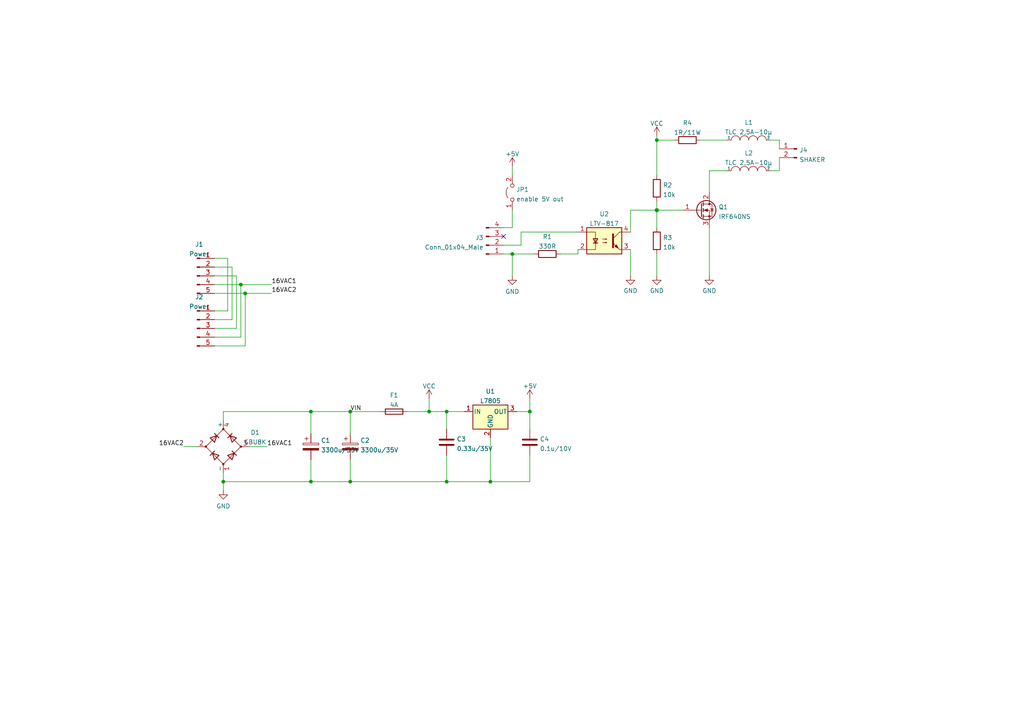
<source format=kicad_sch>
(kicad_sch (version 20211123) (generator eeschema)
  (paper "A4")
  (lib_symbols
    (symbol "Connector:Conn_01x02_Male" (pin_names (offset 1.016) hide)
      (property "Reference" "J" (at 0 2.54 0))
      (property "Value" "Conn_01x02_Male" (at 0 -5.08 0))
      (symbol "Conn_01x02_Male_1_1"
        (polyline (pts (xy 1.27 -2.54) (xy 0.8636 -2.54)) (stroke (width 0.1524)))
        (polyline (pts (xy 1.27 0) (xy 0.8636 0)) (stroke (width 0.1524)))
        (rectangle (start 0.8636 -2.413) (end 0 -2.667) (stroke (width 0.1524)) (fill (type outline)))
        (rectangle (start 0.8636 0.127) (end 0 -0.127) (stroke (width 0.1524)) (fill (type outline)))
        (pin passive line (at 5.08 0 180) (length 3.81) (name "Pin_1") (number "1"))
        (pin passive line (at 5.08 -2.54 180) (length 3.81) (name "Pin_2") (number "2"))
      )
    )
    (symbol "Connector:Conn_01x04_Male" (pin_names (offset 1.016) hide)
      (property "Reference" "J" (at 0 5.08 0))
      (property "Value" "Conn_01x04_Male" (at 0 -7.62 0))
      (symbol "Conn_01x04_Male_1_1"
        (polyline (pts (xy 1.27 -5.08) (xy 0.8636 -5.08)) (stroke (width 0.1524)))
        (polyline (pts (xy 1.27 -2.54) (xy 0.8636 -2.54)) (stroke (width 0.1524)))
        (polyline (pts (xy 1.27 0) (xy 0.8636 0)) (stroke (width 0.1524)))
        (polyline (pts (xy 1.27 2.54) (xy 0.8636 2.54)) (stroke (width 0.1524)))
        (rectangle (start 0.8636 -4.953) (end 0 -5.207) (stroke (width 0.1524)) (fill (type outline)))
        (rectangle (start 0.8636 -2.413) (end 0 -2.667) (stroke (width 0.1524)) (fill (type outline)))
        (rectangle (start 0.8636 0.127) (end 0 -0.127) (stroke (width 0.1524)) (fill (type outline)))
        (rectangle (start 0.8636 2.667) (end 0 2.413) (stroke (width 0.1524)) (fill (type outline)))
        (pin passive line (at 5.08 2.54 180) (length 3.81) (name "Pin_1") (number "1"))
        (pin passive line (at 5.08 0 180) (length 3.81) (name "Pin_2") (number "2"))
        (pin passive line (at 5.08 -2.54 180) (length 3.81) (name "Pin_3") (number "3"))
        (pin passive line (at 5.08 -5.08 180) (length 3.81) (name "Pin_4") (number "4"))
      )
    )
    (symbol "Connector:Conn_01x05_Male" (pin_names (offset 1.016) hide)
      (property "Reference" "J" (at 0 7.62 0))
      (property "Value" "Conn_01x05_Male" (at 0 -7.62 0))
      (symbol "Conn_01x05_Male_1_1"
        (polyline (pts (xy 1.27 -5.08) (xy 0.8636 -5.08)) (stroke (width 0.1524)))
        (polyline (pts (xy 1.27 -2.54) (xy 0.8636 -2.54)) (stroke (width 0.1524)))
        (polyline (pts (xy 1.27 0) (xy 0.8636 0)) (stroke (width 0.1524)))
        (polyline (pts (xy 1.27 2.54) (xy 0.8636 2.54)) (stroke (width 0.1524)))
        (polyline (pts (xy 1.27 5.08) (xy 0.8636 5.08)) (stroke (width 0.1524)))
        (rectangle (start 0.8636 -4.953) (end 0 -5.207) (stroke (width 0.1524)) (fill (type outline)))
        (rectangle (start 0.8636 -2.413) (end 0 -2.667) (stroke (width 0.1524)) (fill (type outline)))
        (rectangle (start 0.8636 0.127) (end 0 -0.127) (stroke (width 0.1524)) (fill (type outline)))
        (rectangle (start 0.8636 2.667) (end 0 2.413) (stroke (width 0.1524)) (fill (type outline)))
        (rectangle (start 0.8636 5.207) (end 0 4.953) (stroke (width 0.1524)) (fill (type outline)))
        (pin passive line (at 5.08 5.08 180) (length 3.81) (name "Pin_1") (number "1"))
        (pin passive line (at 5.08 2.54 180) (length 3.81) (name "Pin_2") (number "2"))
        (pin passive line (at 5.08 0 180) (length 3.81) (name "Pin_3") (number "3"))
        (pin passive line (at 5.08 -2.54 180) (length 3.81) (name "Pin_4") (number "4"))
        (pin passive line (at 5.08 -5.08 180) (length 3.81) (name "Pin_5") (number "5"))
      )
    )
    (symbol "Device:C" (pin_numbers hide) (pin_names (offset 0.254))
      (property "Reference" "C" (at 0.635 2.54 0))
      (property "Value" "C" (at 0.635 -2.54 0))
      (symbol "C_0_1"
        (polyline (pts (xy -2.032 -0.762) (xy 2.032 -0.762)) (stroke (width 0.508)))
        (polyline (pts (xy -2.032 0.762) (xy 2.032 0.762)) (stroke (width 0.508)))
      )
      (symbol "C_1_1"
        (pin passive line (at 0 3.81 270) (length 2.794) (name "~") (number "1"))
        (pin passive line (at 0 -3.81 90) (length 2.794) (name "~") (number "2"))
      )
    )
    (symbol "Device:C_Polarized" (pin_numbers hide) (pin_names (offset 0.254))
      (property "Reference" "C" (at 0.635 2.54 0))
      (property "Value" "C_Polarized" (at 0.635 -2.54 0))
      (symbol "C_Polarized_0_1"
        (rectangle (start -2.286 0.508) (end 2.286 1.016))
        (polyline (pts (xy -1.778 2.286) (xy -0.762 2.286)))
        (polyline (pts (xy -1.27 2.794) (xy -1.27 1.778)))
        (rectangle (start 2.286 -0.508) (end -2.286 -1.016) (fill (type outline)))
      )
      (symbol "C_Polarized_1_1"
        (pin passive line (at 0 3.81 270) (length 2.794) (name "~") (number "1"))
        (pin passive line (at 0 -3.81 90) (length 2.794) (name "~") (number "2"))
      )
    )
    (symbol "Device:D_Bridge_-AA+" (pin_names (offset 0))
      (property "Reference" "D" (at 2.54 6.985 0))
      (property "Value" "D_Bridge_-AA+" (at 2.54 5.08 0))
      (symbol "D_Bridge_-AA+_0_1"
        (circle (center -5.08 0) (radius 0.254) (fill (type outline)))
        (circle (center 0 -5.08) (radius 0.254) (fill (type outline)))
        (polyline (pts (xy -2.54 3.81) (xy -1.27 2.54)) (stroke (width 0.254)))
        (polyline (pts (xy -1.27 -2.54) (xy -2.54 -3.81)) (stroke (width 0.254)))
        (polyline (pts (xy 2.54 -1.27) (xy 3.81 -2.54)) (stroke (width 0.254)))
        (polyline (pts (xy 2.54 1.27) (xy 3.81 2.54)) (stroke (width 0.254)))
        (polyline (pts (xy -3.81 2.54) (xy -2.54 1.27) (xy -1.905 3.175) (xy -3.81 2.54)) (stroke (width 0.254)))
        (polyline (pts (xy -2.54 -1.27) (xy -3.81 -2.54) (xy -1.905 -3.175) (xy -2.54 -1.27)) (stroke (width 0.254)))
        (polyline (pts (xy 1.27 2.54) (xy 2.54 3.81) (xy 3.175 1.905) (xy 1.27 2.54)) (stroke (width 0.254)))
        (polyline (pts (xy 3.175 -1.905) (xy 1.27 -2.54) (xy 2.54 -3.81) (xy 3.175 -1.905)) (stroke (width 0.254)))
        (polyline (pts (xy -5.08 0) (xy 0 -5.08) (xy 5.08 0) (xy 0 5.08) (xy -5.08 0)))
        (circle (center 0 5.08) (radius 0.254) (fill (type outline)))
        (circle (center 5.08 0) (radius 0.254) (fill (type outline)))
      )
      (symbol "D_Bridge_-AA+_1_1"
        (pin passive line (at -7.62 0 0) (length 2.54) (name "-") (number "1"))
        (pin passive line (at 0 7.62 270) (length 2.54) (name "~") (number "2"))
        (pin passive line (at 0 -7.62 90) (length 2.54) (name "~") (number "3"))
        (pin passive line (at 7.62 0 180) (length 2.54) (name "+") (number "4"))
      )
    )
    (symbol "Device:Fuse" (pin_numbers hide) (pin_names (offset 0))
      (property "Reference" "F" (at 2.032 0 90))
      (property "Value" "Fuse" (at -1.905 0 90))
      (symbol "Fuse_0_1"
        (rectangle (start -0.762 -2.54) (end 0.762 2.54) (stroke (width 0.254)))
        (polyline (pts (xy 0 2.54) (xy 0 -2.54)))
      )
      (symbol "Fuse_1_1"
        (pin passive line (at 0 3.81 270) (length 1.27) (name "~") (number "1"))
        (pin passive line (at 0 -3.81 90) (length 1.27) (name "~") (number "2"))
      )
    )
    (symbol "Device:Q_NMOS_GDS" (pin_names (offset 0) hide)
      (property "Reference" "Q" (at 5.08 1.27 0))
      (property "Value" "Q_NMOS_GDS" (at 5.08 -1.27 0))
      (symbol "Q_NMOS_GDS_0_1"
        (polyline (pts (xy 0.254 0) (xy -2.54 0)))
        (polyline (pts (xy 0.254 1.905) (xy 0.254 -1.905)) (stroke (width 0.254)))
        (polyline (pts (xy 0.762 -1.27) (xy 0.762 -2.286)) (stroke (width 0.254)))
        (polyline (pts (xy 0.762 0.508) (xy 0.762 -0.508)) (stroke (width 0.254)))
        (polyline (pts (xy 0.762 2.286) (xy 0.762 1.27)) (stroke (width 0.254)))
        (polyline (pts (xy 2.54 2.54) (xy 2.54 1.778)))
        (polyline (pts (xy 2.54 -2.54) (xy 2.54 0) (xy 0.762 0)))
        (polyline (pts (xy 0.762 -1.778) (xy 3.302 -1.778) (xy 3.302 1.778) (xy 0.762 1.778)))
        (polyline (pts (xy 1.016 0) (xy 2.032 0.381) (xy 2.032 -0.381) (xy 1.016 0)) (fill (type outline)))
        (polyline (pts (xy 2.794 0.508) (xy 2.921 0.381) (xy 3.683 0.381) (xy 3.81 0.254)))
        (polyline (pts (xy 3.302 0.381) (xy 2.921 -0.254) (xy 3.683 -0.254) (xy 3.302 0.381)))
        (circle (center 1.651 0) (radius 2.794) (stroke (width 0.254)))
        (circle (center 2.54 -1.778) (radius 0.254) (fill (type outline)))
        (circle (center 2.54 1.778) (radius 0.254) (fill (type outline)))
      )
      (symbol "Q_NMOS_GDS_1_1"
        (pin input line (at -5.08 0 0) (length 2.54) (name "G") (number "1"))
        (pin passive line (at 2.54 5.08 270) (length 2.54) (name "D") (number "2"))
        (pin passive line (at 2.54 -5.08 90) (length 2.54) (name "S") (number "3"))
      )
    )
    (symbol "Device:R" (pin_numbers hide) (pin_names (offset 0))
      (property "Reference" "R" (at 2.032 0 90))
      (property "Value" "R" (at 0 0 90))
      (symbol "R_0_1"
        (rectangle (start -1.016 -2.54) (end 1.016 2.54) (stroke (width 0.254)))
      )
      (symbol "R_1_1"
        (pin passive line (at 0 3.81 270) (length 1.27) (name "~") (number "1"))
        (pin passive line (at 0 -3.81 90) (length 1.27) (name "~") (number "2"))
      )
    )
    (symbol "Isolator:LTV-817" (pin_names (offset 1.016))
      (property "Reference" "U" (at -5.08 5.08 0))
      (property "Value" "LTV-817" (at 0 5.08 0))
      (symbol "LTV-817_0_1"
        (rectangle (start -5.08 3.81) (end 5.08 -3.81) (stroke (width 0.254)) (fill (type background)))
        (polyline (pts (xy -3.175 -0.635) (xy -1.905 -0.635)) (stroke (width 0.254)))
        (polyline (pts (xy 2.54 0.635) (xy 4.445 2.54)))
        (polyline (pts (xy 4.445 -2.54) (xy 2.54 -0.635)) (fill (type outline)))
        (polyline (pts (xy 4.445 -2.54) (xy 5.08 -2.54)))
        (polyline (pts (xy 4.445 2.54) (xy 5.08 2.54)))
        (polyline (pts (xy -5.08 2.54) (xy -2.54 2.54) (xy -2.54 -0.762)))
        (polyline (pts (xy -2.54 -0.635) (xy -2.54 -2.54) (xy -5.08 -2.54)))
        (polyline (pts (xy 2.54 1.905) (xy 2.54 -1.905) (xy 2.54 -1.905)) (stroke (width 0.508)))
        (polyline (pts (xy -2.54 -0.635) (xy -3.175 0.635) (xy -1.905 0.635) (xy -2.54 -0.635)) (stroke (width 0.254)))
        (polyline (pts (xy -0.508 -0.508) (xy 0.762 -0.508) (xy 0.381 -0.635) (xy 0.381 -0.381) (xy 0.762 -0.508)))
        (polyline (pts (xy -0.508 0.508) (xy 0.762 0.508) (xy 0.381 0.381) (xy 0.381 0.635) (xy 0.762 0.508)))
        (polyline (pts (xy 3.048 -1.651) (xy 3.556 -1.143) (xy 4.064 -2.159) (xy 3.048 -1.651) (xy 3.048 -1.651)) (fill (type outline)))
      )
      (symbol "LTV-817_1_1"
        (pin passive line (at -7.62 2.54 0) (length 2.54) (name "~") (number "1"))
        (pin passive line (at -7.62 -2.54 0) (length 2.54) (name "~") (number "2"))
        (pin passive line (at 7.62 -2.54 180) (length 2.54) (name "~") (number "3"))
        (pin passive line (at 7.62 2.54 180) (length 2.54) (name "~") (number "4"))
      )
    )
    (symbol "Jumper:Jumper_2_Open" (pin_names (offset 0) hide)
      (property "Reference" "JP" (at 0 2.794 0))
      (property "Value" "Jumper_2_Open" (at 0 -2.286 0))
      (symbol "Jumper_2_Open_0_0"
        (circle (center -2.032 0) (radius 0.508))
        (circle (center 2.032 0) (radius 0.508))
      )
      (symbol "Jumper_2_Open_0_1"
        (arc (start 1.524 1.27) (mid 0 1.778) (end -1.524 1.27))
      )
      (symbol "Jumper_2_Open_1_1"
        (pin passive line (at -5.08 0 0) (length 2.54) (name "A") (number "1"))
        (pin passive line (at 5.08 0 180) (length 2.54) (name "B") (number "2"))
      )
    )
    (symbol "Regulator_Linear:L7805" (pin_names (offset 0.254))
      (property "Reference" "U" (at -3.81 3.175 0))
      (property "Value" "L7805" (at 0 3.175 0))
      (symbol "L7805_0_1"
        (rectangle (start -5.08 1.905) (end 5.08 -5.08) (stroke (width 0.254)) (fill (type background)))
      )
      (symbol "L7805_1_1"
        (pin power_in line (at -7.62 0 0) (length 2.54) (name "IN") (number "1"))
        (pin power_in line (at 0 -7.62 90) (length 2.54) (name "GND") (number "2"))
        (pin power_out line (at 7.62 0 180) (length 2.54) (name "OUT") (number "3"))
      )
    )
    (symbol "power:+5V" (power) (pin_names (offset 0))
      (property "Value" "+5V" (at 0 3.556 0))
      (symbol "+5V_0_1"
        (polyline (pts (xy -0.762 1.27) (xy 0 2.54)))
        (polyline (pts (xy 0 0) (xy 0 2.54)))
        (polyline (pts (xy 0 2.54) (xy 0.762 1.27)))
      )
      (symbol "+5V_1_1"
        (pin power_in line (at 0 0 90) (length 0) hide (name "+5V") (number "1"))
      )
    )
    (symbol "power:GND" (power) (pin_names (offset 0))
      (property "Value" "GND" (at 0 -3.81 0))
      (symbol "GND_0_1"
        (polyline (pts (xy 0 0) (xy 0 -1.27) (xy 1.27 -1.27) (xy 0 -2.54) (xy -1.27 -1.27) (xy 0 -1.27)))
      )
      (symbol "GND_1_1"
        (pin power_in line (at 0 0 270) (length 0) hide (name "GND") (number "1"))
      )
    )
    (symbol "power:VCC" (power) (pin_names (offset 0))
      (property "Value" "VCC" (at 0 3.81 0))
      (symbol "VCC_0_1"
        (polyline (pts (xy -0.762 1.27) (xy 0 2.54)))
        (polyline (pts (xy 0 0) (xy 0 2.54)))
        (polyline (pts (xy 0 2.54) (xy 0.762 1.27)))
      )
      (symbol "VCC_1_1"
        (pin power_in line (at 0 0 90) (length 0) hide (name "VCC") (number "1"))
      )
    )
    (symbol "pspice:INDUCTOR" (pin_numbers hide) (pin_names (offset 0))
      (property "Reference" "L" (at 0 2.54 0))
      (property "Value" "INDUCTOR" (at 0 -1.27 0))
      (symbol "INDUCTOR_0_1"
        (arc (start -2.54 0) (mid -3.81 1.27) (end -5.08 0))
        (arc (start 0 0) (mid -1.27 1.27) (end -2.54 0))
        (arc (start 2.54 0) (mid 1.27 1.27) (end 0 0))
        (arc (start 5.08 0) (mid 3.81 1.27) (end 2.54 0))
      )
      (symbol "INDUCTOR_1_1"
        (pin input line (at -6.35 0 0) (length 1.27) (name "1") (number "1"))
        (pin input line (at 6.35 0 180) (length 1.27) (name "2") (number "2"))
      )
    )
  )
  (junction (at 101.6 119.38))
  (junction (at 148.59 73.66))
  (junction (at 190.5 40.64))
  (junction (at 90.17 119.38))
  (junction (at 142.24 139.7))
  (junction (at 101.6 139.7))
  (junction (at 153.67 119.38))
  (junction (at 71.12 85.09))
  (junction (at 129.54 139.7))
  (junction (at 129.54 119.38))
  (junction (at 64.77 139.7))
  (junction (at 69.85 82.55))
  (junction (at 190.5 60.96) (diameter 1.016))
  (junction (at 90.17 139.7))
  (junction (at 124.46 119.38))
  (no_connect (at 146.05 68.58))
  (wire (pts (xy 146.05 66.04) (xy 148.59 66.04)))
  (wire (pts (xy 71.12 85.09) (xy 78.74 85.09)))
  (wire (pts (xy 66.04 74.93) (xy 66.04 90.17)))
  (wire (pts (xy 148.59 48.26) (xy 148.59 50.8)))
  (wire (pts (xy 53.34 129.54) (xy 57.15 129.54)))
  (wire (pts (xy 69.85 82.55) (xy 69.85 97.79)))
  (wire (pts (xy 64.77 139.7) (xy 64.77 142.24)))
  (wire (pts (xy 69.85 97.79) (xy 62.23 97.79)))
  (wire (pts (xy 148.59 73.66) (xy 148.59 80.01)))
  (wire (pts (xy 72.39 129.54) (xy 77.47 129.54)))
  (wire (pts (xy 124.46 119.38) (xy 129.54 119.38)))
  (wire (pts (xy 148.59 60.96) (xy 148.59 66.04)))
  (wire (pts (xy 68.58 95.25) (xy 62.23 95.25)))
  (wire (pts (xy 90.17 139.7) (xy 90.17 133.35)))
  (wire (pts (xy 226.06 40.64) (xy 223.52 40.64)))
  (wire (pts (xy 62.23 77.47) (xy 67.31 77.47)))
  (wire (pts (xy 64.77 139.7) (xy 90.17 139.7)))
  (wire (pts (xy 62.23 85.09) (xy 71.12 85.09)))
  (wire (pts (xy 167.64 73.66) (xy 167.64 72.39)))
  (wire (pts (xy 62.23 82.55) (xy 69.85 82.55)))
  (wire (pts (xy 69.85 82.55) (xy 78.74 82.55)))
  (wire (pts (xy 153.67 139.7) (xy 153.67 132.08)))
  (wire (pts (xy 129.54 139.7) (xy 142.24 139.7)))
  (wire (pts (xy 62.23 74.93) (xy 66.04 74.93)))
  (wire (pts (xy 62.23 80.01) (xy 68.58 80.01)))
  (wire (pts (xy 151.13 71.12) (xy 151.13 67.31)))
  (wire (pts (xy 149.86 119.38) (xy 153.67 119.38)))
  (wire (pts (xy 223.52 49.53) (xy 226.06 49.53)))
  (wire (pts (xy 90.17 119.38) (xy 101.6 119.38)))
  (wire (pts (xy 67.31 92.71) (xy 62.23 92.71)))
  (wire (pts (xy 68.58 80.01) (xy 68.58 95.25)))
  (wire (pts (xy 190.5 40.64) (xy 195.58 40.64)))
  (wire (pts (xy 151.13 67.31) (xy 167.64 67.31)))
  (wire (pts (xy 64.77 121.92) (xy 64.77 119.38)))
  (wire (pts (xy 190.5 60.96) (xy 198.12 60.96)))
  (wire (pts (xy 226.06 43.18) (xy 226.06 40.64)))
  (wire (pts (xy 210.82 49.53) (xy 205.74 49.53)))
  (wire (pts (xy 205.74 49.53) (xy 205.74 55.88)))
  (wire (pts (xy 162.56 73.66) (xy 167.64 73.66)))
  (wire (pts (xy 129.54 139.7) (xy 129.54 132.08)))
  (wire (pts (xy 142.24 139.7) (xy 142.24 127)))
  (wire (pts (xy 182.88 60.96) (xy 182.88 67.31)))
  (wire (pts (xy 90.17 119.38) (xy 90.17 125.73)))
  (wire (pts (xy 129.54 119.38) (xy 129.54 124.46)))
  (wire (pts (xy 101.6 139.7) (xy 129.54 139.7)))
  (wire (pts (xy 124.46 119.38) (xy 124.46 115.57)))
  (wire (pts (xy 190.5 58.42) (xy 190.5 60.96)))
  (wire (pts (xy 190.5 60.96) (xy 190.5 66.04)))
  (wire (pts (xy 64.77 137.16) (xy 64.77 139.7)))
  (wire (pts (xy 129.54 119.38) (xy 134.62 119.38)))
  (wire (pts (xy 153.67 119.38) (xy 153.67 124.46)))
  (wire (pts (xy 101.6 119.38) (xy 110.49 119.38)))
  (wire (pts (xy 148.59 73.66) (xy 154.94 73.66)))
  (wire (pts (xy 226.06 49.53) (xy 226.06 45.72)))
  (wire (pts (xy 182.88 72.39) (xy 182.88 80.01)))
  (wire (pts (xy 190.5 39.37) (xy 190.5 40.64)))
  (wire (pts (xy 101.6 139.7) (xy 101.6 133.35)))
  (wire (pts (xy 190.5 40.64) (xy 190.5 50.8)))
  (wire (pts (xy 64.77 119.38) (xy 90.17 119.38)))
  (wire (pts (xy 205.74 66.04) (xy 205.74 80.01)))
  (wire (pts (xy 67.31 77.47) (xy 67.31 92.71)))
  (wire (pts (xy 190.5 60.96) (xy 182.88 60.96)))
  (wire (pts (xy 153.67 115.57) (xy 153.67 119.38)))
  (wire (pts (xy 190.5 73.66) (xy 190.5 80.01)))
  (wire (pts (xy 101.6 119.38) (xy 101.6 125.73)))
  (wire (pts (xy 203.2 40.64) (xy 210.82 40.64)))
  (wire (pts (xy 90.17 139.7) (xy 101.6 139.7)))
  (wire (pts (xy 71.12 100.33) (xy 62.23 100.33)))
  (wire (pts (xy 118.11 119.38) (xy 124.46 119.38)))
  (wire (pts (xy 66.04 90.17) (xy 62.23 90.17)))
  (wire (pts (xy 146.05 71.12) (xy 151.13 71.12)))
  (wire (pts (xy 142.24 139.7) (xy 153.67 139.7)))
  (wire (pts (xy 71.12 85.09) (xy 71.12 100.33)))
  (wire (pts (xy 146.05 73.66) (xy 148.59 73.66)))
  (label "VIN" (at 101.6 119.38 0))
  (label "16VAC1" (at 78.74 82.55 0))
  (label "16VAC2" (at 53.34 129.54 180))
  (label "16VAC2" (at 78.74 85.09 0))
  (label "16VAC1" (at 77.47 129.54 0))
  (symbol (lib_id "power:GND") (at 64.77 142.24 0) (unit 1)
    (property "Reference" "#PWR01" (effects hide))
    (property "Value" "GND" (at 64.77 146.8025 0))
  )
  (symbol (lib_id "power:VCC") (at 124.46 115.57 0) (unit 1)
    (property "Reference" "#PWR02" (effects hide))
    (property "Value" "VCC" (at 124.46 112.0226 0))
  )
  (symbol (lib_id "power:VCC") (at 190.5 39.37 0) (unit 1)
    (property "Reference" "#PWR07" (effects hide))
    (property "Value" "VCC" (at 190.5 35.8226 0))
  )
  (symbol (lib_id "Device:C") (at 153.67 128.27 0) (unit 1)
    (property "Reference" "C4" (at 156.591 127.3615 0) (effects (justify left)))
    (property "Value" "0.1u/10V" (at 156.591 130.1366 0) (effects (justify left)))
  )
  (symbol (lib_id "Device:R") (at 158.75 73.66 90) (unit 1)
    (property "Reference" "R1" (at 158.75 68.6775 90))
    (property "Value" "330R" (at 158.75 71.4526 90))
    (property "Footprint" "Resistor_THT:R_Axial_DIN0207_L6.3mm_D2.5mm_P10.16mm_Horizontal" (effects hide))
  )
  (symbol (lib_id "power:+5V") (at 148.59 48.26 0) (unit 1)
    (property "Reference" "#PWR03" (effects hide))
    (property "Value" "+5V" (at 148.59 44.6555 0))
  )
  (symbol (lib_id "Device:R") (at 199.39 40.64 90) (unit 1)
    (property "Reference" "R4" (at 199.39 35.6575 90))
    (property "Value" "1R/11W" (at 199.39 38.4326 90))
    (property "Footprint" "Resistor_THT:R_Axial_Power_L50.0mm_W9.0mm_P55.88mm" (effects hide))
  )
  (symbol (lib_id "power:GND") (at 182.88 80.01 0) (unit 1)
    (property "Reference" "#PWR06" (effects hide))
    (property "Value" "GND" (at 182.88 84.3344 0))
  )
  (symbol (lib_id "Device:Fuse") (at 114.3 119.38 90) (unit 1)
    (property "Reference" "F1" (at 114.3 114.6515 90))
    (property "Value" "4A" (at 114.3 117.4266 90))
    (property "Footprint" "Fuse:Fuseholder_Cylinder-6.3x32mm_Schurter_0031-8002_Horizontal_Open" (effects hide))
    (property "Datasheet" "https://cdn-reichelt.de/documents/datenblatt/C400/ZMOG_6-3X32_DATA_E.pdf" (effects hide))
    (property "Reichelt" "SCH 318002" (effects hide))
  )
  (symbol (lib_id "Device:R") (at 190.5 54.61 0) (unit 1)
    (property "Reference" "R2" (at 192.278 53.7015 0) (effects (justify left)))
    (property "Value" "10k" (at 192.278 56.4766 0) (effects (justify left)))
    (property "Footprint" "Resistor_THT:R_Axial_DIN0207_L6.3mm_D2.5mm_P10.16mm_Horizontal" (effects hide))
  )
  (symbol (lib_id "Device:C") (at 129.54 128.27 0) (unit 1)
    (property "Reference" "C3" (at 132.461 127.3615 0) (effects (justify left)))
    (property "Value" "0.33u/35V" (at 132.461 130.1366 0) (effects (justify left)))
  )
  (symbol (lib_id "Jumper:Jumper_2_Open") (at 148.59 55.88 90) (unit 1)
    (property "Reference" "JP1" (at 149.733 54.9715 90) (effects (justify right)))
    (property "Value" "enable 5V out" (at 149.733 57.7466 90) (effects (justify right)))
    (property "Footprint" "Connector_PinHeader_2.54mm:PinHeader_1x02_P2.54mm_Vertical" (effects hide))
  )
  (symbol (lib_id "Device:Q_NMOS_GDS") (at 203.2 60.96 0) (unit 1)
    (property "Reference" "Q1" (at 208.407 60.0515 0) (effects (justify left)))
    (property "Value" "IRF640NS" (at 208.407 62.8266 0) (effects (justify left)))
    (property "Footprint" "Package_TO_SOT_SMD:TO-263-2" (effects hide))
  )
  (symbol (lib_id "Device:C_Polarized") (at 101.6 129.54 0) (unit 1)
    (property "Reference" "C2" (at 104.521 127.7425 0) (effects (justify left)))
    (property "Value" "3300u/35V" (at 104.521 130.5176 0) (effects (justify left)))
    (property "Footprint" "Capacitor_THT:CP_Radial_D18.0mm_P7.50mm" (effects hide))
    (property "Datasheet" "https://cdn-reichelt.de/documents/datenblatt/B300/AL-KY-E-2020.pdf" (effects hide))
    (property "Reichelt" "RAD KY 3.300/35" (effects hide))
  )
  (symbol (lib_id "Regulator_Linear:L7805") (at 142.24 119.38 0) (unit 1)
    (property "Reference" "U1" (at 142.24 113.5085 0))
    (property "Value" "L7805" (at 142.24 116.2836 0))
    (property "Footprint" "Package_TO_SOT_SMD:TO-263-3_TabPin2" (effects hide))
    (property "Datasheet" "http://www.st.com/content/ccc/resource/technical/document/datasheet/41/4f/b3/b0/12/d4/47/88/CD00000444.pdf/files/CD00000444.pdf/jcr:content/translations/en.CD00000444.pdf" (effects hide))
    (property "Reichelt" "MC 7805 CD2TG" (effects hide))
  )
  (symbol (lib_id "pspice:INDUCTOR") (at 217.17 49.53 0) (unit 1)
    (property "Reference" "L2" (at 217.17 44.4205 0))
    (property "Value" "TLC 2,5A-10µ" (at 217.17 47.1956 0))
    (property "Footprint" "Inductor_THT:L_Toroid_Vertical_L19.1mm_W8.1mm_P7.10mm_Bourns_5700" (effects hide))
    (property "Datasheet" "https://cdn-reichelt.de/documents/datenblatt/B400/TLC2_5A.pdf" (effects hide))
  )
  (symbol (lib_id "Connector:Conn_01x05_Male") (at 57.15 95.25 0) (unit 1)
    (property "Reference" "J2" (at 57.785 86.1273 0))
    (property "Value" "Power" (at 57.785 88.9024 0))
    (property "Footprint" "Connector_Molex:Molex_KK-396_A-41791-0005_1x05_P3.96mm_Vertical" (effects hide))
  )
  (symbol (lib_id "Connector:Conn_01x02_Male") (at 231.14 43.18 0) (mirror y) (unit 1)
    (property "Reference" "J4" (at 231.8512 43.5415 0) (effects (justify right)))
    (property "Value" "SHAKER" (at 231.8512 46.3166 0) (effects (justify right)))
    (property "Footprint" "Connector_Molex:Molex_KK-396_A-41791-0002_1x02_P3.96mm_Vertical" (effects hide))
  )
  (symbol (lib_id "Connector:Conn_01x04_Male") (at 140.97 71.12 0) (mirror x) (unit 1)
    (property "Reference" "J3" (at 140.2589 68.9415 0) (effects (justify right)))
    (property "Value" "Conn_01x04_Male" (at 140.2589 71.7166 0) (effects (justify right)))
    (property "Footprint" "Connector_Molex:Molex_KK-254_AE-6410-04A_1x04_P2.54mm_Vertical" (effects hide))
  )
  (symbol (lib_id "power:GND") (at 190.5 80.01 0) (unit 1)
    (property "Reference" "#PWR08" (effects hide))
    (property "Value" "GND" (at 190.5 84.3344 0))
  )
  (symbol (lib_id "power:+5V") (at 153.67 115.57 0) (unit 1)
    (property "Reference" "#PWR05" (effects hide))
    (property "Value" "+5V" (at 153.67 111.9655 0))
  )
  (symbol (lib_id "Device:R") (at 190.5 69.85 0) (unit 1)
    (property "Reference" "R3" (at 192.278 68.9415 0) (effects (justify left)))
    (property "Value" "10k" (at 192.278 71.7166 0) (effects (justify left)))
    (property "Footprint" "Resistor_THT:R_Axial_DIN0207_L6.3mm_D2.5mm_P10.16mm_Horizontal" (effects hide))
  )
  (symbol (lib_id "pspice:INDUCTOR") (at 217.17 40.64 0) (unit 1)
    (property "Reference" "L1" (at 217.17 35.5305 0))
    (property "Value" "TLC 2,5A-10µ" (at 217.17 38.3056 0))
    (property "Footprint" "Inductor_THT:L_Toroid_Vertical_L19.1mm_W8.1mm_P7.10mm_Bourns_5700" (effects hide))
    (property "Datasheet" "https://cdn-reichelt.de/documents/datenblatt/B400/TLC2_5A.pdf" (effects hide))
  )
  (symbol (lib_id "power:GND") (at 148.59 80.01 0) (unit 1)
    (property "Reference" "#PWR04" (effects hide))
    (property "Value" "GND" (at 148.59 84.5725 0))
  )
  (symbol (lib_id "Isolator:LTV-817") (at 175.26 69.85 0) (unit 1)
    (property "Reference" "U2" (at 175.26 62.0735 0))
    (property "Value" "LTV-817" (at 175.26 64.8486 0))
    (property "Footprint" "Package_DIP:DIP-4_W7.62mm" (effects hide))
    (property "Datasheet" "http://www.us.liteon.com/downloads/LTV-817-827-847.PDF" (effects hide))
  )
  (symbol (lib_id "Device:C_Polarized") (at 90.17 129.54 0) (unit 1)
    (property "Reference" "C1" (at 93.091 127.7425 0) (effects (justify left)))
    (property "Value" "3300u/35V" (at 93.091 130.5176 0) (effects (justify left)))
    (property "Footprint" "Capacitor_THT:CP_Radial_D18.0mm_P7.50mm" (effects hide))
    (property "Datasheet" "https://cdn-reichelt.de/documents/datenblatt/B300/AL-KY-E-2020.pdf" (effects hide))
    (property "Reichelt" "RAD KY 3.300/35" (effects hide))
  )
  (symbol (lib_id "Connector:Conn_01x05_Male") (at 57.15 80.01 0) (unit 1)
    (property "Reference" "J1" (at 57.785 70.8873 0))
    (property "Value" "Power" (at 57.785 73.6624 0))
    (property "Footprint" "Connector_Molex:Molex_KK-396_A-41791-0005_1x05_P3.96mm_Vertical" (effects hide))
  )
  (symbol (lib_id "power:GND") (at 205.74 80.01 0) (unit 1)
    (property "Reference" "#PWR09" (effects hide))
    (property "Value" "GND" (at 205.74 84.3344 0))
  )
  (symbol (lib_id "Device:D_Bridge_-AA+") (at 64.77 129.54 90) (unit 1)
    (property "Reference" "D1" (at 73.9934 125.4465 90))
    (property "Value" "GBU8K" (at 73.9934 128.2216 90))
    (property "Footprint" "Diode_THT:Diode_Bridge_Vishay_GBU" (effects hide))
  )
)
</source>
